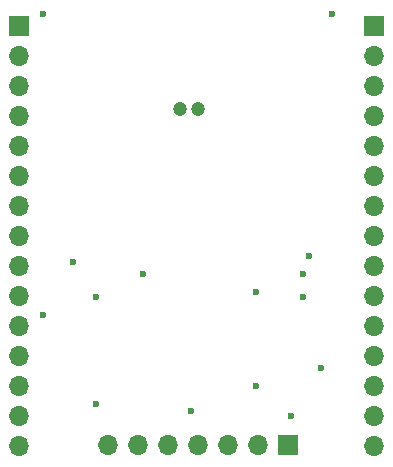
<source format=gbs>
G04 #@! TF.GenerationSoftware,KiCad,Pcbnew,8.0.0*
G04 #@! TF.CreationDate,2024-02-25T01:58:56+01:00*
G04 #@! TF.ProjectId,ESP32j1mmb,45535033-326a-4316-9d6d-622e6b696361,rev?*
G04 #@! TF.SameCoordinates,Original*
G04 #@! TF.FileFunction,Soldermask,Bot*
G04 #@! TF.FilePolarity,Negative*
%FSLAX46Y46*%
G04 Gerber Fmt 4.6, Leading zero omitted, Abs format (unit mm)*
G04 Created by KiCad (PCBNEW 8.0.0) date 2024-02-25 01:58:56*
%MOMM*%
%LPD*%
G01*
G04 APERTURE LIST*
%ADD10R,1.700000X1.700000*%
%ADD11O,1.700000X1.700000*%
%ADD12C,1.200000*%
%ADD13C,0.600000*%
G04 APERTURE END LIST*
D10*
X105000000Y-100000000D03*
D11*
X105000000Y-102540000D03*
X105000000Y-105080000D03*
X105000000Y-107620000D03*
X105000000Y-110160000D03*
X105000000Y-112700000D03*
X105000000Y-115240000D03*
X105000000Y-117780000D03*
X105000000Y-120320000D03*
X105000000Y-122860000D03*
X105000000Y-125400000D03*
X105000000Y-127940000D03*
X105000000Y-130480000D03*
X105000000Y-133020000D03*
X105000000Y-135560000D03*
D10*
X75000000Y-100000000D03*
D11*
X75000000Y-102540000D03*
X75000000Y-105080000D03*
X75000000Y-107620000D03*
X75000000Y-110160000D03*
X75000000Y-112700000D03*
X75000000Y-115240000D03*
X75000000Y-117780000D03*
X75000000Y-120320000D03*
X75000000Y-122860000D03*
X75000000Y-125400000D03*
X75000000Y-127940000D03*
X75000000Y-130480000D03*
X75000000Y-133020000D03*
X75000000Y-135560000D03*
D10*
X97700000Y-135500000D03*
D11*
X95160000Y-135500000D03*
X92620000Y-135500000D03*
X90080000Y-135500000D03*
X87540000Y-135500000D03*
X85000000Y-135500000D03*
X82460000Y-135500000D03*
D12*
X88557500Y-107030000D03*
X90082500Y-107030000D03*
D13*
X98000000Y-133000000D03*
X81500000Y-132000000D03*
X77000000Y-124500000D03*
X79500000Y-120000000D03*
X77000000Y-99000000D03*
X101500000Y-99000000D03*
X99500000Y-119500000D03*
X100500000Y-129000000D03*
X95000000Y-122500000D03*
X95000000Y-130500000D03*
X89500000Y-132650000D03*
X99000012Y-122959606D03*
X99000000Y-121000000D03*
X85500000Y-121000000D03*
X81500000Y-122999994D03*
M02*

</source>
